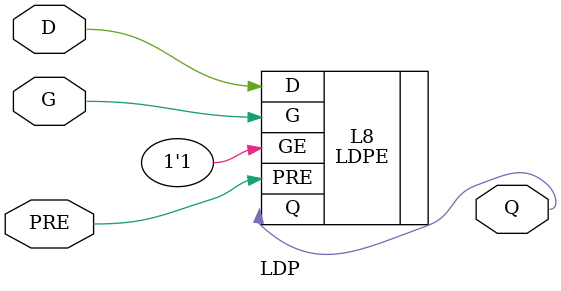
<source format=v>


`timescale  1 ps / 1 ps

module LDP (Q, G, D, PRE);

    parameter [0:0] INIT = 1'b1;

    output Q;

    input  G, D, PRE;

    wire Q;

    LDPE #(.INIT(INIT)) L8 (.Q(Q), .G(G), .GE(1'b1), .D(D), .PRE(PRE));

endmodule


</source>
